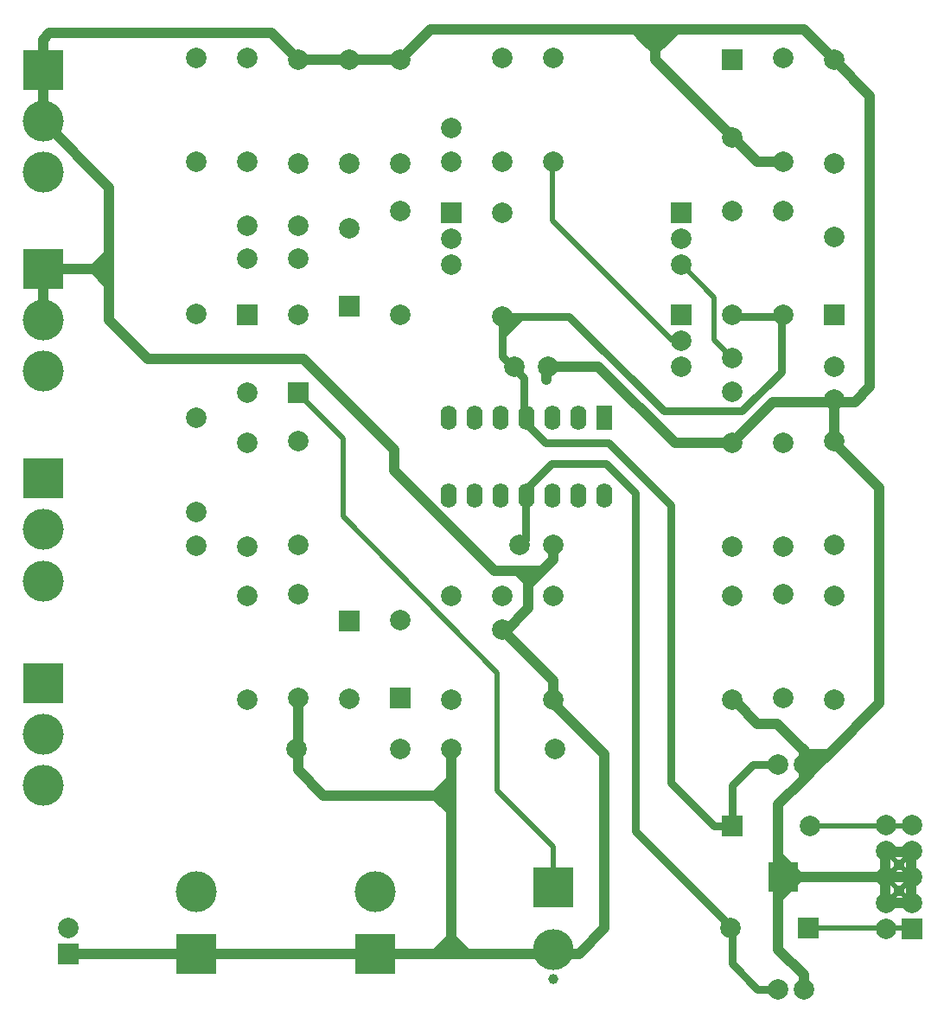
<source format=gtl>
G04 #@! TF.GenerationSoftware,KiCad,Pcbnew,5.1.5+dfsg1-2build2*
G04 #@! TF.CreationDate,2021-02-03T14:21:51+01:00*
G04 #@! TF.ProjectId,Drum-k,4472756d-2d6b-42e6-9b69-6361645f7063,rev?*
G04 #@! TF.SameCoordinates,Original*
G04 #@! TF.FileFunction,Copper,L1,Top*
G04 #@! TF.FilePolarity,Positive*
%FSLAX46Y46*%
G04 Gerber Fmt 4.6, Leading zero omitted, Abs format (unit mm)*
G04 Created by KiCad (PCBNEW 5.1.5+dfsg1-2build2) date 2021-02-03 14:21:51*
%MOMM*%
%LPD*%
G04 APERTURE LIST*
%ADD10C,1.000000*%
%ADD11R,4.000000X4.000000*%
%ADD12C,4.000000*%
%ADD13C,2.000000*%
%ADD14R,2.000000X2.000000*%
%ADD15R,3.000000X3.000000*%
%ADD16O,1.600000X2.400000*%
%ADD17R,1.600000X2.400000*%
%ADD18C,1.000000*%
%ADD19C,0.500000*%
%ADD20C,0.800000*%
%ADD21C,0.254000*%
G04 APERTURE END LIST*
D10*
X110000000Y-130000000D03*
D11*
X110000000Y-121000000D03*
D12*
X110000000Y-127080000D03*
D13*
X142560000Y-114940000D03*
X145100000Y-114940000D03*
X142560000Y-117480000D03*
X145100000Y-117480000D03*
X142560000Y-120020000D03*
X145100000Y-120020000D03*
X142560000Y-122560000D03*
X145100000Y-122560000D03*
X142560000Y-125100000D03*
D14*
X145100000Y-125100000D03*
D13*
X137500000Y-70000000D03*
X137500000Y-73300000D03*
X134500000Y-109000000D03*
X132000000Y-109000000D03*
X132000000Y-131000000D03*
X134500000Y-131000000D03*
X106200000Y-70000000D03*
X109500000Y-70000000D03*
X110000000Y-87500000D03*
X106700000Y-87500000D03*
X127500000Y-72500000D03*
X127500000Y-69200000D03*
X100000000Y-46700000D03*
X100000000Y-50000000D03*
X85000000Y-56200000D03*
X85000000Y-59500000D03*
X75000000Y-87600000D03*
X75000000Y-84300000D03*
X80000000Y-59500000D03*
X80000000Y-56200000D03*
X105000000Y-92500000D03*
X105000000Y-95800000D03*
X135120000Y-115000000D03*
D14*
X127500000Y-115000000D03*
D13*
X127380000Y-125000000D03*
D14*
X135000000Y-125000000D03*
X62500000Y-127500000D03*
D13*
X62500000Y-124960000D03*
X127500000Y-47620000D03*
D14*
X127500000Y-40000000D03*
D13*
X137500000Y-57380000D03*
D14*
X137500000Y-65000000D03*
D13*
X90000000Y-56505001D03*
D14*
X90000000Y-64125001D03*
D13*
X80000000Y-72620000D03*
D14*
X80000000Y-65000000D03*
D13*
X85000000Y-64980000D03*
D14*
X85000000Y-72600000D03*
D13*
X95000000Y-94880000D03*
D14*
X95000000Y-102500000D03*
D13*
X90000000Y-102520000D03*
D14*
X90000000Y-94900000D03*
D12*
X75000000Y-121420000D03*
D11*
X75000000Y-127500000D03*
D12*
X92500000Y-121420000D03*
D11*
X92500000Y-127500000D03*
D14*
X100000000Y-55000000D03*
D13*
X100000000Y-60080000D03*
X100000000Y-57540000D03*
D14*
X122500000Y-65000000D03*
D13*
X122500000Y-70080000D03*
X122500000Y-67540000D03*
D14*
X122500000Y-55000000D03*
D13*
X122500000Y-60080000D03*
X122500000Y-57540000D03*
X110000000Y-39840000D03*
X110000000Y-50000000D03*
X105000000Y-39840000D03*
X105000000Y-50000000D03*
X105000000Y-65160000D03*
X105000000Y-55000000D03*
X127500000Y-54840000D03*
X127500000Y-65000000D03*
X132500000Y-39840000D03*
X132500000Y-50000000D03*
X132500000Y-54840000D03*
X132500000Y-65000000D03*
X137500000Y-50160000D03*
X137500000Y-40000000D03*
X127500000Y-87660000D03*
X127500000Y-77500000D03*
X137500000Y-77340000D03*
X137500000Y-87500000D03*
X132500000Y-87660000D03*
X132500000Y-77500000D03*
X95000000Y-54840000D03*
X95000000Y-65000000D03*
X95000000Y-50160000D03*
X95000000Y-40000000D03*
X90000000Y-50160000D03*
X90000000Y-40000000D03*
X85000000Y-50160000D03*
X85000000Y-40000000D03*
X85000000Y-77340000D03*
X85000000Y-87500000D03*
X80000000Y-39840000D03*
X80000000Y-50000000D03*
X75000000Y-64840000D03*
X75000000Y-75000000D03*
X75000000Y-39840000D03*
X75000000Y-50000000D03*
X80000000Y-87660000D03*
X80000000Y-77500000D03*
X80000000Y-102660000D03*
X80000000Y-92500000D03*
X85000000Y-92340000D03*
X85000000Y-102500000D03*
X110160000Y-107500000D03*
X100000000Y-107500000D03*
X100000000Y-102660000D03*
X100000000Y-92500000D03*
X110000000Y-102660000D03*
X110000000Y-92500000D03*
X127500000Y-102660000D03*
X127500000Y-92500000D03*
X137500000Y-102660000D03*
X137500000Y-92500000D03*
X84840000Y-107500000D03*
X95000000Y-107500000D03*
X132500000Y-92340000D03*
X132500000Y-102500000D03*
D12*
X60000000Y-51000000D03*
X60000000Y-46000000D03*
D11*
X60000000Y-41000000D03*
D12*
X60000000Y-70500000D03*
X60000000Y-65500000D03*
D11*
X60000000Y-60500000D03*
D12*
X60000000Y-91000000D03*
X60000000Y-86000000D03*
D11*
X60000000Y-81000000D03*
D12*
X60000000Y-111000000D03*
X60000000Y-106000000D03*
D11*
X60000000Y-101000000D03*
D15*
X132500000Y-120000000D03*
D16*
X115000000Y-82620000D03*
X99760000Y-75000000D03*
X112460000Y-82620000D03*
X102300000Y-75000000D03*
X109920000Y-82620000D03*
X104840000Y-75000000D03*
X107380000Y-82620000D03*
X107380000Y-75000000D03*
X104840000Y-82620000D03*
X109920000Y-75000000D03*
X102300000Y-82620000D03*
X112460000Y-75000000D03*
X99760000Y-82620000D03*
D17*
X115000000Y-75000000D03*
D18*
X145000000Y-117500000D02*
X142500000Y-117500000D01*
X145000000Y-122500000D02*
X145000000Y-117500000D01*
X142500000Y-122500000D02*
X145000000Y-122500000D01*
X142500000Y-122500000D02*
X142500000Y-120000000D01*
X142500000Y-120000000D02*
X142500000Y-117500000D01*
X142500000Y-120000000D02*
X145000000Y-120000000D01*
X130000000Y-105000000D02*
X128000000Y-103000000D01*
X92000000Y-127500000D02*
X75000000Y-127500000D01*
X75000000Y-127500000D02*
X62500000Y-127500000D01*
X85000000Y-107500000D02*
X85000000Y-102500000D01*
X85000000Y-107500000D02*
X85000000Y-109500000D01*
X85000000Y-109500000D02*
X87500000Y-112000000D01*
X137500000Y-77500000D02*
X137500000Y-73500000D01*
X128499999Y-76500001D02*
X127500000Y-77500000D01*
X131500000Y-73500000D02*
X128499999Y-76500001D01*
X137500000Y-73500000D02*
X131500000Y-73500000D01*
X137500000Y-73500000D02*
X139500000Y-73500000D01*
X139500000Y-73500000D02*
X141000000Y-72000000D01*
X141000000Y-72000000D02*
X141000000Y-57179998D01*
X95000000Y-40000000D02*
X90000000Y-40000000D01*
X90000000Y-40000000D02*
X85000000Y-40000000D01*
X95000000Y-40000000D02*
X98000000Y-37000000D01*
X134500000Y-37000000D02*
X137500000Y-40000000D01*
X82339999Y-37339999D02*
X85000000Y-40000000D01*
X60660001Y-37339999D02*
X82339999Y-37339999D01*
X60000000Y-38000000D02*
X60660001Y-37339999D01*
X60000000Y-41000000D02*
X60000000Y-38000000D01*
X60000000Y-41500000D02*
X60000000Y-46000000D01*
X134500000Y-110414213D02*
X134500000Y-109000000D01*
X132000000Y-112914213D02*
X134500000Y-110414213D01*
X134500000Y-129585787D02*
X132000000Y-127085787D01*
X134500000Y-131000000D02*
X134500000Y-129585787D01*
X131914213Y-105000000D02*
X130000000Y-105000000D01*
X134500000Y-109000000D02*
X134500000Y-107585787D01*
X105200002Y-96000000D02*
X105000000Y-96000000D01*
X107500001Y-93700001D02*
X105200002Y-96000000D01*
X107500000Y-91414213D02*
X107500001Y-93700001D01*
X110000000Y-87500000D02*
X110000000Y-88914213D01*
X66500000Y-52500000D02*
X60000000Y-46000000D01*
X134500000Y-109000000D02*
X135914213Y-109000000D01*
X141914213Y-103000000D02*
X141914213Y-81914213D01*
X141914213Y-81914213D02*
X137500000Y-77500000D01*
X109300000Y-69900000D02*
X109300000Y-71300000D01*
X127500000Y-77500000D02*
X121920086Y-77500000D01*
X121920086Y-77500000D02*
X114420086Y-70000000D01*
X114420086Y-70000000D02*
X110914213Y-70000000D01*
X110914213Y-70000000D02*
X109500000Y-70000000D01*
X105000000Y-95800000D02*
X104900000Y-95800000D01*
X110000000Y-100800000D02*
X105000000Y-95800000D01*
X110000000Y-102700000D02*
X110000000Y-100800000D01*
X108900000Y-90000000D02*
X107500000Y-91414213D01*
X110000000Y-88914213D02*
X108900000Y-90000000D01*
X60000000Y-60500000D02*
X60000000Y-65500000D01*
X107500000Y-91000000D02*
X106500000Y-90000000D01*
X107500000Y-91414213D02*
X107500000Y-91000000D01*
X106500000Y-90000000D02*
X108900000Y-90000000D01*
X98500000Y-112000000D02*
X100000000Y-110500000D01*
X98000000Y-112000000D02*
X98500000Y-112000000D01*
X100000000Y-107500000D02*
X100000000Y-110500000D01*
X87500000Y-112000000D02*
X98000000Y-112000000D01*
X98000000Y-112000000D02*
X99500000Y-112000000D01*
X100000000Y-113500000D02*
X98500000Y-112000000D01*
X100000000Y-110500000D02*
X100000000Y-113500000D01*
X65000000Y-60500000D02*
X66500000Y-59000000D01*
X66500000Y-59000000D02*
X66500000Y-52500000D01*
X64500000Y-60500000D02*
X65000000Y-60500000D01*
X66500000Y-60500000D02*
X66500000Y-59000000D01*
X60000000Y-60500000D02*
X64500000Y-60500000D01*
X64500000Y-60500000D02*
X66500000Y-60500000D01*
X65000000Y-60500000D02*
X66500000Y-62000000D01*
X66500000Y-62000000D02*
X66500000Y-60500000D01*
X94400000Y-78199998D02*
X85500002Y-69300000D01*
X66500000Y-65500000D02*
X66500000Y-62000000D01*
X70300000Y-69300000D02*
X66500000Y-65500000D01*
X94400000Y-80205598D02*
X94400000Y-78199998D01*
X104194402Y-90000000D02*
X94400000Y-80205598D01*
X85500002Y-69300000D02*
X70300000Y-69300000D01*
X106500000Y-90000000D02*
X104194402Y-90000000D01*
X141000000Y-43500000D02*
X137500000Y-40000000D01*
X141000000Y-57179998D02*
X141000000Y-43500000D01*
X130000000Y-50000000D02*
X120000000Y-40000000D01*
X132500000Y-50000000D02*
X130000000Y-50000000D01*
X122000000Y-37000000D02*
X134500000Y-37000000D01*
X120000000Y-37000000D02*
X122000000Y-37000000D01*
X120000000Y-40000000D02*
X120000000Y-39000000D01*
X120000000Y-39000000D02*
X120000000Y-37000000D01*
X120000000Y-37000000D02*
X121000000Y-38000000D01*
X121000000Y-38000000D02*
X122000000Y-37000000D01*
X120000000Y-39000000D02*
X121000000Y-38000000D01*
X118000000Y-37000000D02*
X120000000Y-37000000D01*
X98000000Y-37000000D02*
X118000000Y-37000000D01*
X119000000Y-38000000D02*
X120000000Y-37000000D01*
X120000000Y-39000000D02*
X119000000Y-38000000D01*
X119000000Y-38000000D02*
X118000000Y-37000000D01*
X134500000Y-110414213D02*
X135914213Y-109000000D01*
X133957107Y-107042894D02*
X135914213Y-109000000D01*
X133957107Y-107042893D02*
X133957107Y-107042894D01*
X134500000Y-107585787D02*
X133957107Y-107042893D01*
X133957107Y-107042893D02*
X131914213Y-105000000D01*
X134871320Y-107957107D02*
X134500000Y-107585787D01*
X136957107Y-107957107D02*
X134871320Y-107957107D01*
X135914213Y-109000000D02*
X136957107Y-107957107D01*
X136957107Y-107957107D02*
X141914213Y-103000000D01*
X134000000Y-120000000D02*
X132500000Y-120000000D01*
X142500000Y-120000000D02*
X134000000Y-120000000D01*
X132000000Y-127085787D02*
X132000000Y-122000000D01*
X134000000Y-120000000D02*
X132000000Y-118000000D01*
X132000000Y-118000000D02*
X132000000Y-112914213D01*
X133000000Y-119000000D02*
X132000000Y-120000000D01*
X132000000Y-120000000D02*
X132000000Y-118000000D01*
X132000000Y-122000000D02*
X132000000Y-120000000D01*
X132000000Y-120000000D02*
X133000000Y-121000000D01*
X133000000Y-121000000D02*
X134000000Y-120000000D01*
X132000000Y-122000000D02*
X133000000Y-121000000D01*
X115000000Y-108000000D02*
X110000000Y-103000000D01*
X115000000Y-125000000D02*
X115000000Y-108000000D01*
X112500000Y-127500000D02*
X115000000Y-125000000D01*
X107500000Y-127500000D02*
X112500000Y-127500000D01*
X100000000Y-126000000D02*
X100000000Y-127500000D01*
X101500000Y-127500000D02*
X100000000Y-126000000D01*
X100000000Y-113500000D02*
X100000000Y-126000000D01*
X107500000Y-127500000D02*
X101500000Y-127500000D01*
X101500000Y-127500000D02*
X100000000Y-127500000D01*
X98500000Y-127500000D02*
X100000000Y-126000000D01*
X100000000Y-127500000D02*
X98500000Y-127500000D01*
X98500000Y-127500000D02*
X92500000Y-127500000D01*
D19*
X109900000Y-55750002D02*
X109900000Y-50000000D01*
X121649998Y-67500000D02*
X109900000Y-55750002D01*
X122500000Y-67500000D02*
X121649998Y-67500000D01*
X125749999Y-63249999D02*
X122500000Y-60000000D01*
X125749999Y-67449999D02*
X125749999Y-63249999D01*
X127500000Y-69200000D02*
X125749999Y-67449999D01*
D20*
X132000000Y-109000000D02*
X129500000Y-109000000D01*
X127500000Y-111000000D02*
X127500000Y-115000000D01*
X129500000Y-109000000D02*
X127500000Y-111000000D01*
X107099999Y-71099999D02*
X107099999Y-74599999D01*
X125700000Y-115000000D02*
X127500000Y-115000000D01*
X121500000Y-110800000D02*
X125700000Y-115000000D01*
X115371198Y-77500000D02*
X121500000Y-83628802D01*
X105000000Y-69000000D02*
X107099999Y-71099999D01*
X107099999Y-74599999D02*
X107500000Y-75000000D01*
X107500000Y-75808441D02*
X109191559Y-77500000D01*
X107500000Y-75000000D02*
X107500000Y-75808441D01*
X109191559Y-77500000D02*
X115371198Y-77500000D01*
X121500000Y-83628802D02*
X121500000Y-110800000D01*
X107100000Y-65100000D02*
X106800000Y-65100000D01*
X105000000Y-66900000D02*
X105000000Y-69000000D01*
X105000000Y-65000000D02*
X105000000Y-66900000D01*
X106800000Y-65100000D02*
X105000000Y-66900000D01*
X107100000Y-65100000D02*
X105000000Y-65100000D01*
X132300000Y-65000000D02*
X132300000Y-70512002D01*
X127100000Y-65100000D02*
X132200000Y-65100000D01*
X132200000Y-65100000D02*
X132300000Y-65000000D01*
X111500000Y-65100000D02*
X107100000Y-65100000D01*
X120800001Y-74400001D02*
X111500000Y-65100000D01*
X128412001Y-74400001D02*
X120800001Y-74400001D01*
X132300000Y-70512002D02*
X128412001Y-74400001D01*
X132000000Y-131000000D02*
X130000000Y-131000000D01*
X127500000Y-128500000D02*
X127500000Y-125000000D01*
X130000000Y-131000000D02*
X127500000Y-128500000D01*
X127500000Y-125000000D02*
X118000000Y-115500000D01*
X118000000Y-82391559D02*
X115108441Y-79500000D01*
X118000000Y-115500000D02*
X118000000Y-82391559D01*
X107500000Y-81811559D02*
X107500000Y-82500000D01*
X109811559Y-79500000D02*
X107500000Y-81811559D01*
X115108441Y-79500000D02*
X109811559Y-79500000D01*
X107250000Y-87000000D02*
X106750000Y-87500000D01*
X107250000Y-82500000D02*
X107250000Y-87000000D01*
D19*
X89400000Y-77100000D02*
X85000000Y-72700000D01*
X89400000Y-84650002D02*
X89400000Y-77100000D01*
X104500000Y-111500000D02*
X104500000Y-100000000D01*
X104500000Y-100000000D02*
X89400000Y-84650002D01*
X110000000Y-117000000D02*
X104500000Y-111500000D01*
X110000000Y-121500000D02*
X110000000Y-117000000D01*
X145000000Y-115000000D02*
X142500000Y-115000000D01*
X142500000Y-115000000D02*
X135000000Y-115000000D01*
X145000000Y-125000000D02*
X142500000Y-125000000D01*
X142500000Y-125000000D02*
X135000000Y-125000000D01*
D21*
G36*
X145293748Y-117465858D02*
G01*
X145279605Y-117480000D01*
X145293748Y-117494143D01*
X145114143Y-117673748D01*
X145100000Y-117659605D01*
X144144192Y-118615413D01*
X144192938Y-118750000D01*
X144144192Y-118884587D01*
X145100000Y-119840395D01*
X145114143Y-119826253D01*
X145293748Y-120005858D01*
X145279605Y-120020000D01*
X145293748Y-120034143D01*
X145114143Y-120213748D01*
X145100000Y-120199605D01*
X144144192Y-121155413D01*
X144192938Y-121290000D01*
X144144192Y-121424587D01*
X145100000Y-122380395D01*
X145114143Y-122366253D01*
X145293748Y-122545858D01*
X145279605Y-122560000D01*
X145293748Y-122574143D01*
X145114143Y-122753748D01*
X145100000Y-122739605D01*
X145085858Y-122753748D01*
X144906253Y-122574143D01*
X144920395Y-122560000D01*
X143964587Y-121604192D01*
X143830000Y-121652938D01*
X143695413Y-121604192D01*
X142739605Y-122560000D01*
X142753748Y-122574143D01*
X142574143Y-122753748D01*
X142560000Y-122739605D01*
X142545858Y-122753748D01*
X142366253Y-122574143D01*
X142380395Y-122560000D01*
X142366253Y-122545858D01*
X142545858Y-122366253D01*
X142560000Y-122380395D01*
X143515808Y-121424587D01*
X143467062Y-121290000D01*
X143515808Y-121155413D01*
X142560000Y-120199605D01*
X142545858Y-120213748D01*
X142366253Y-120034143D01*
X142380395Y-120020000D01*
X142739605Y-120020000D01*
X143695413Y-120975808D01*
X143830000Y-120927062D01*
X143964587Y-120975808D01*
X144920395Y-120020000D01*
X143964587Y-119064192D01*
X143830000Y-119112938D01*
X143695413Y-119064192D01*
X142739605Y-120020000D01*
X142380395Y-120020000D01*
X142366253Y-120005858D01*
X142545858Y-119826253D01*
X142560000Y-119840395D01*
X143515808Y-118884587D01*
X143467062Y-118750000D01*
X143515808Y-118615413D01*
X142560000Y-117659605D01*
X142545858Y-117673748D01*
X142366253Y-117494143D01*
X142380395Y-117480000D01*
X142366253Y-117465858D01*
X142545858Y-117286253D01*
X142560000Y-117300395D01*
X142574143Y-117286253D01*
X142753748Y-117465858D01*
X142739605Y-117480000D01*
X143695413Y-118435808D01*
X143830000Y-118387062D01*
X143964587Y-118435808D01*
X144920395Y-117480000D01*
X144906253Y-117465858D01*
X145085858Y-117286253D01*
X145100000Y-117300395D01*
X145114143Y-117286253D01*
X145293748Y-117465858D01*
G37*
X145293748Y-117465858D02*
X145279605Y-117480000D01*
X145293748Y-117494143D01*
X145114143Y-117673748D01*
X145100000Y-117659605D01*
X144144192Y-118615413D01*
X144192938Y-118750000D01*
X144144192Y-118884587D01*
X145100000Y-119840395D01*
X145114143Y-119826253D01*
X145293748Y-120005858D01*
X145279605Y-120020000D01*
X145293748Y-120034143D01*
X145114143Y-120213748D01*
X145100000Y-120199605D01*
X144144192Y-121155413D01*
X144192938Y-121290000D01*
X144144192Y-121424587D01*
X145100000Y-122380395D01*
X145114143Y-122366253D01*
X145293748Y-122545858D01*
X145279605Y-122560000D01*
X145293748Y-122574143D01*
X145114143Y-122753748D01*
X145100000Y-122739605D01*
X145085858Y-122753748D01*
X144906253Y-122574143D01*
X144920395Y-122560000D01*
X143964587Y-121604192D01*
X143830000Y-121652938D01*
X143695413Y-121604192D01*
X142739605Y-122560000D01*
X142753748Y-122574143D01*
X142574143Y-122753748D01*
X142560000Y-122739605D01*
X142545858Y-122753748D01*
X142366253Y-122574143D01*
X142380395Y-122560000D01*
X142366253Y-122545858D01*
X142545858Y-122366253D01*
X142560000Y-122380395D01*
X143515808Y-121424587D01*
X143467062Y-121290000D01*
X143515808Y-121155413D01*
X142560000Y-120199605D01*
X142545858Y-120213748D01*
X142366253Y-120034143D01*
X142380395Y-120020000D01*
X142739605Y-120020000D01*
X143695413Y-120975808D01*
X143830000Y-120927062D01*
X143964587Y-120975808D01*
X144920395Y-120020000D01*
X143964587Y-119064192D01*
X143830000Y-119112938D01*
X143695413Y-119064192D01*
X142739605Y-120020000D01*
X142380395Y-120020000D01*
X142366253Y-120005858D01*
X142545858Y-119826253D01*
X142560000Y-119840395D01*
X143515808Y-118884587D01*
X143467062Y-118750000D01*
X143515808Y-118615413D01*
X142560000Y-117659605D01*
X142545858Y-117673748D01*
X142366253Y-117494143D01*
X142380395Y-117480000D01*
X142366253Y-117465858D01*
X142545858Y-117286253D01*
X142560000Y-117300395D01*
X142574143Y-117286253D01*
X142753748Y-117465858D01*
X142739605Y-117480000D01*
X143695413Y-118435808D01*
X143830000Y-118387062D01*
X143964587Y-118435808D01*
X144920395Y-117480000D01*
X144906253Y-117465858D01*
X145085858Y-117286253D01*
X145100000Y-117300395D01*
X145114143Y-117286253D01*
X145293748Y-117465858D01*
M02*

</source>
